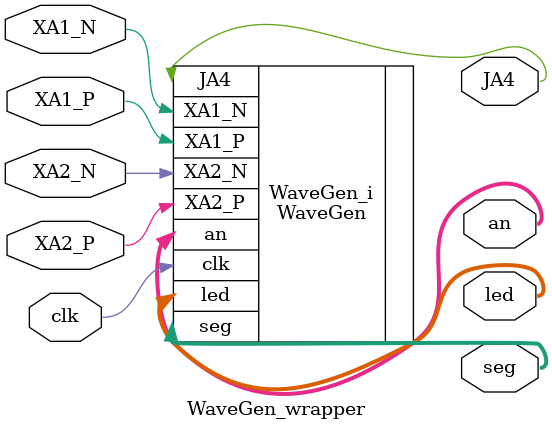
<source format=v>
`timescale 1 ps / 1 ps

module WaveGen_wrapper
   (JA4,
    XA1_N,
    XA1_P,
    XA2_N,
    XA2_P,
    an,
    clk,
    led,
    seg);
  output JA4;
  input XA1_N;
  input XA1_P;
  input XA2_N;
  input XA2_P;
  output [3:0]an;
  input clk;
  output [14:0]led;
  output [6:0]seg;

  wire JA4;
  wire XA1_N;
  wire XA1_P;
  wire XA2_N;
  wire XA2_P;
  wire [3:0]an;
  wire clk;
  wire [14:0]led;
  wire [6:0]seg;

  WaveGen WaveGen_i
       (.JA4(JA4),
        .XA1_N(XA1_N),
        .XA1_P(XA1_P),
        .XA2_N(XA2_N),
        .XA2_P(XA2_P),
        .an(an),
        .clk(clk),
        .led(led),
        .seg(seg));
endmodule

</source>
